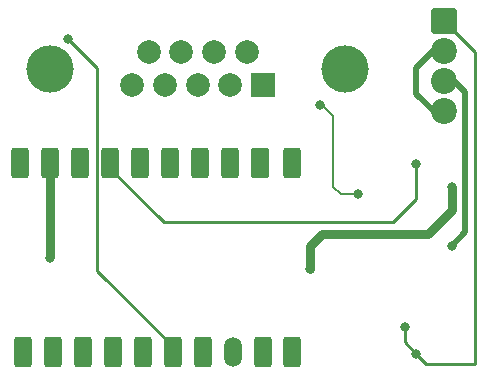
<source format=gbr>
%TF.GenerationSoftware,KiCad,Pcbnew,9.0.6*%
%TF.CreationDate,2025-11-22T18:42:50-05:00*%
%TF.ProjectId,ESP32C6-2,45535033-3243-4362-9d32-2e6b69636164,rev?*%
%TF.SameCoordinates,Original*%
%TF.FileFunction,Copper,L2,Bot*%
%TF.FilePolarity,Positive*%
%FSLAX46Y46*%
G04 Gerber Fmt 4.6, Leading zero omitted, Abs format (unit mm)*
G04 Created by KiCad (PCBNEW 9.0.6) date 2025-11-22 18:42:50*
%MOMM*%
%LPD*%
G01*
G04 APERTURE LIST*
G04 Aperture macros list*
%AMRoundRect*
0 Rectangle with rounded corners*
0 $1 Rounding radius*
0 $2 $3 $4 $5 $6 $7 $8 $9 X,Y pos of 4 corners*
0 Add a 4 corners polygon primitive as box body*
4,1,4,$2,$3,$4,$5,$6,$7,$8,$9,$2,$3,0*
0 Add four circle primitives for the rounded corners*
1,1,$1+$1,$2,$3*
1,1,$1+$1,$4,$5*
1,1,$1+$1,$6,$7*
1,1,$1+$1,$8,$9*
0 Add four rect primitives between the rounded corners*
20,1,$1+$1,$2,$3,$4,$5,0*
20,1,$1+$1,$4,$5,$6,$7,0*
20,1,$1+$1,$6,$7,$8,$9,0*
20,1,$1+$1,$8,$9,$2,$3,0*%
G04 Aperture macros list end*
%TA.AperFunction,ComponentPad*%
%ADD10C,4.000000*%
%TD*%
%TA.AperFunction,ComponentPad*%
%ADD11R,2.000000X2.000000*%
%TD*%
%TA.AperFunction,ComponentPad*%
%ADD12C,2.000000*%
%TD*%
%TA.AperFunction,ComponentPad*%
%ADD13RoundRect,0.225000X0.525000X-1.045000X0.525000X1.045000X-0.525000X1.045000X-0.525000X-1.045000X0*%
%TD*%
%TA.AperFunction,ComponentPad*%
%ADD14RoundRect,0.150000X0.600000X-1.120000X0.600000X1.120000X-0.600000X1.120000X-0.600000X-1.120000X0*%
%TD*%
%TA.AperFunction,ComponentPad*%
%ADD15RoundRect,0.750000X0.000010X-0.520000X0.000010X0.520000X-0.000010X0.520000X-0.000010X-0.520000X0*%
%TD*%
%TA.AperFunction,ComponentPad*%
%ADD16RoundRect,0.249999X-0.850001X0.850001X-0.850001X-0.850001X0.850001X-0.850001X0.850001X0.850001X0*%
%TD*%
%TA.AperFunction,ComponentPad*%
%ADD17C,2.200000*%
%TD*%
%TA.AperFunction,ViaPad*%
%ADD18C,0.800000*%
%TD*%
%TA.AperFunction,Conductor*%
%ADD19C,0.750000*%
%TD*%
%TA.AperFunction,Conductor*%
%ADD20C,0.250000*%
%TD*%
%TA.AperFunction,Conductor*%
%ADD21C,0.200000*%
%TD*%
%TA.AperFunction,Conductor*%
%ADD22C,0.500000*%
%TD*%
G04 APERTURE END LIST*
D10*
%TO.P,J1,0*%
%TO.N,N/C*%
X141000000Y-52000000D03*
X116000000Y-52000000D03*
D11*
%TO.P,J1,1,1*%
%TO.N,unconnected-(J1-Pad1)*%
X134040000Y-53420000D03*
D12*
%TO.P,J1,2,2*%
%TO.N,/CAN -*%
X131270000Y-53420000D03*
%TO.P,J1,3,3*%
%TO.N,unconnected-(J1-Pad3)*%
X128500000Y-53420000D03*
%TO.P,J1,4,4*%
%TO.N,Net-(J1-Pad4)*%
X125730000Y-53420000D03*
%TO.P,J1,5,5*%
%TO.N,unconnected-(J1-Pad5)*%
X122960000Y-53420000D03*
%TO.P,J1,6,6*%
%TO.N,unconnected-(J1-Pad6)*%
X132655000Y-50580000D03*
%TO.P,J1,7,7*%
%TO.N,/CAN +*%
X129885000Y-50580000D03*
%TO.P,J1,8,8*%
%TO.N,unconnected-(J1-Pad8)*%
X127115000Y-50580000D03*
%TO.P,J1,9,9*%
%TO.N,unconnected-(J1-Pad9)*%
X124345000Y-50580000D03*
%TD*%
D13*
%TO.P,U1,1,5v*%
%TO.N,Net-(J2-Pin_3)*%
X113500000Y-60000000D03*
%TO.P,U1,4,GPIO20*%
%TO.N,Net-(U1-GPIO20)*%
X121120000Y-60000000D03*
%TO.P,U1,3,3v3*%
%TO.N,Net-(U1-3v3)*%
X118580000Y-60000000D03*
%TO.P,U1,5,GPIO19*%
%TO.N,Net-(U1-GPIO19)*%
X123660000Y-60000000D03*
%TO.P,U1,2,GND*%
%TO.N,GND*%
X116040000Y-60000000D03*
%TO.P,U1,6,GPIO18*%
%TO.N,Net-(U1-GPIO18)*%
X126200000Y-60000000D03*
%TO.P,U1,8,GPIO14*%
%TO.N,unconnected-(U1-GPIO14-Pad8)*%
X131280000Y-60000000D03*
%TO.P,U1,7,GPIO15*%
%TO.N,unconnected-(U1-GPIO15-Pad7)*%
X128740000Y-60000000D03*
%TO.P,U1,10,GPIO8*%
%TO.N,unconnected-(U1-GPIO8-Pad10)*%
X136500000Y-60000000D03*
D14*
%TO.P,U1,9,GPIO9*%
%TO.N,unconnected-(U1-GPIO9-Pad9)*%
X133820000Y-60000000D03*
D13*
%TO.P,U1,14,GPIO1*%
%TO.N,unconnected-(U1-GPIO1-Pad14)*%
X121300000Y-76000000D03*
%TO.P,U1,20,GPIO7*%
%TO.N,unconnected-(U1-GPIO7-Pad20)*%
X136500000Y-76000000D03*
%TO.P,U1,19,GPIO6*%
%TO.N,unconnected-(U1-GPIO6-Pad19)*%
X134000000Y-76000000D03*
D15*
%TO.P,U1,18,GPIO5*%
%TO.N,unconnected-(U1-GPIO5-Pad18)*%
X131500000Y-76000000D03*
D13*
%TO.P,U1,17,GPIO4*%
%TO.N,unconnected-(U1-GPIO4-Pad17)*%
X128920000Y-76000000D03*
%TO.P,U1,16,GPIO3*%
%TO.N,Net-(U1-GPIO3)*%
X126380000Y-76000000D03*
%TO.P,U1,15,GPIO2*%
%TO.N,unconnected-(U1-GPIO2-Pad15)*%
X123840000Y-76000000D03*
%TO.P,U1,13,GPIO0*%
%TO.N,unconnected-(U1-GPIO0-Pad13)*%
X118760000Y-76000000D03*
%TO.P,U1,12,RX*%
%TO.N,unconnected-(U1-RX-Pad12)*%
X116220000Y-76000000D03*
%TO.P,U1,11,TX*%
%TO.N,unconnected-(U1-TX-Pad11)*%
X113680000Y-76000000D03*
%TD*%
D16*
%TO.P,J2,1,Pin_1*%
%TO.N,Net-(J2-Pin_1)*%
X149367500Y-48000000D03*
D17*
%TO.P,J2,2,Pin_2*%
%TO.N,GND*%
X149367500Y-50540000D03*
%TO.P,J2,3,Pin_3*%
%TO.N,Net-(J2-Pin_3)*%
X149367500Y-53080000D03*
%TO.P,J2,4,Pin_4*%
%TO.N,GND*%
X149367500Y-55620000D03*
%TD*%
D18*
%TO.N,GND*%
X116000000Y-68000000D03*
X138000000Y-69000000D03*
X150000000Y-62000000D03*
%TO.N,/CAN +*%
X142050000Y-62635000D03*
X138850650Y-55049999D03*
%TO.N,Net-(U1-GPIO20)*%
X147000000Y-60095000D03*
%TO.N,Net-(J2-Pin_1)*%
X146050000Y-73862500D03*
X147000000Y-76137500D03*
%TO.N,Net-(J2-Pin_3)*%
X150000000Y-67000000D03*
%TO.N,Net-(U1-GPIO3)*%
X117521050Y-49478950D03*
%TD*%
D19*
%TO.N,GND*%
X139000000Y-66000000D02*
X148000000Y-66000000D01*
X148000000Y-66000000D02*
X150000000Y-64000000D01*
X150000000Y-64000000D02*
X150000000Y-62000000D01*
X138000000Y-67000000D02*
X139000000Y-66000000D01*
X138000000Y-69000000D02*
X138000000Y-67000000D01*
D20*
%TO.N,Net-(J2-Pin_1)*%
X146050000Y-75187500D02*
X147000000Y-76137500D01*
X146050000Y-73862500D02*
X146050000Y-75187500D01*
X152000000Y-50632500D02*
X149367500Y-48000000D01*
X147862500Y-77000000D02*
X152000000Y-77000000D01*
X152000000Y-77000000D02*
X152000000Y-50632500D01*
X147000000Y-76137500D02*
X147862500Y-77000000D01*
%TO.N,Net-(U1-GPIO3)*%
X120000000Y-69120000D02*
X126380000Y-75500000D01*
X120000000Y-51957900D02*
X120000000Y-69120000D01*
X117521050Y-49478950D02*
X120000000Y-51957900D01*
D21*
%TO.N,/CAN +*%
X140000000Y-62000000D02*
X140000000Y-59991096D01*
X142050000Y-62635000D02*
X140635000Y-62635000D01*
X140635000Y-62635000D02*
X140000000Y-62000000D01*
D22*
%TO.N,Net-(J2-Pin_3)*%
X151165900Y-54000000D02*
X150245900Y-53080000D01*
X150000000Y-67000000D02*
X151165900Y-65834100D01*
X151165900Y-65834100D02*
X151165900Y-54000000D01*
D20*
X149367500Y-53080000D02*
X150245900Y-53080000D01*
D22*
%TO.N,GND*%
X148493750Y-55620000D02*
X149367500Y-55620000D01*
X148413750Y-50540000D02*
X147000000Y-51953750D01*
X149367500Y-50540000D02*
X148413750Y-50540000D01*
X147000000Y-51953750D02*
X147000000Y-54126250D01*
X147000000Y-54126250D02*
X148493750Y-55620000D01*
X116040000Y-67960000D02*
X116000000Y-68000000D01*
D19*
X116040000Y-60500000D02*
X116040000Y-67960000D01*
D21*
%TO.N,/CAN +*%
X140000000Y-59991096D02*
X140000000Y-59216802D01*
X140000000Y-56000000D02*
X139049999Y-55049999D01*
X140000000Y-59216802D02*
X140000000Y-56000000D01*
X139049999Y-55049999D02*
X138850650Y-55049999D01*
D20*
%TO.N,Net-(U1-GPIO20)*%
X125620000Y-65000000D02*
X121120000Y-60500000D01*
X145000000Y-65000000D02*
X125620000Y-65000000D01*
X146950800Y-63049200D02*
X145000000Y-65000000D01*
X146950800Y-60144200D02*
X146950800Y-63049200D01*
X147000000Y-60095000D02*
X146950800Y-60144200D01*
%TO.N,Net-(U1-GPIO18)*%
X126200000Y-59200000D02*
X126000000Y-59000000D01*
%TD*%
M02*

</source>
